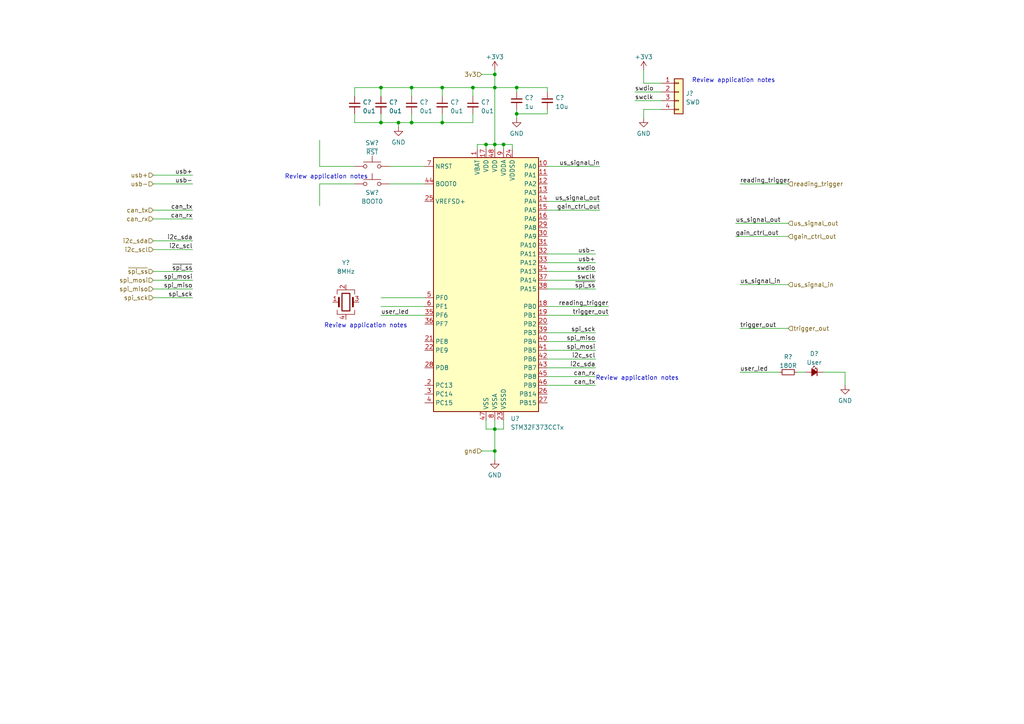
<source format=kicad_sch>
(kicad_sch (version 20211123) (generator eeschema)
  (paper "A4")
  (lib_symbols
    (symbol "Connector_Generic:Conn_01x04" (pin_names (offset 1.016) hide)
      (property "Reference" "J" (at 0 5.08 0))
      (property "Value" "Conn_01x04" (at 0 -7.62 0))
      (symbol "Conn_01x04_1_1"
        (rectangle (start -1.27 -4.953) (end 0 -5.207) (stroke (width 0.1524)))
        (rectangle (start -1.27 -2.413) (end 0 -2.667) (stroke (width 0.1524)))
        (rectangle (start -1.27 0.127) (end 0 -0.127) (stroke (width 0.1524)))
        (rectangle (start -1.27 2.667) (end 0 2.413) (stroke (width 0.1524)))
        (rectangle (start -1.27 3.81) (end 1.27 -6.35) (stroke (width 0.254)) (fill (type background)))
        (pin passive line (at -5.08 2.54 0) (length 3.81) (name "Pin_1") (number "1"))
        (pin passive line (at -5.08 0 0) (length 3.81) (name "Pin_2") (number "2"))
        (pin passive line (at -5.08 -2.54 0) (length 3.81) (name "Pin_3") (number "3"))
        (pin passive line (at -5.08 -5.08 0) (length 3.81) (name "Pin_4") (number "4"))
      )
    )
    (symbol "Device:C_Small" (pin_numbers hide) (pin_names (offset 0.254) hide)
      (property "Reference" "C" (at 0.254 1.778 0))
      (property "Value" "C_Small" (at 0.254 -2.032 0))
      (symbol "C_Small_0_1"
        (polyline (pts (xy -1.524 -0.508) (xy 1.524 -0.508)) (stroke (width 0.3302)))
        (polyline (pts (xy -1.524 0.508) (xy 1.524 0.508)) (stroke (width 0.3048)))
      )
      (symbol "C_Small_1_1"
        (pin passive line (at 0 2.54 270) (length 2.032) (name "~") (number "1"))
        (pin passive line (at 0 -2.54 90) (length 2.032) (name "~") (number "2"))
      )
    )
    (symbol "Device:Crystal_GND24" (pin_names (offset 1.016) hide)
      (property "Reference" "Y" (at 3.175 5.08 0))
      (property "Value" "Crystal_GND24" (at 3.175 3.175 0))
      (symbol "Crystal_GND24_0_1"
        (rectangle (start -1.143 2.54) (end 1.143 -2.54) (stroke (width 0.3048)))
        (polyline (pts (xy -2.54 0) (xy -2.032 0)))
        (polyline (pts (xy -2.032 -1.27) (xy -2.032 1.27)) (stroke (width 0.508)))
        (polyline (pts (xy 0 -3.81) (xy 0 -3.556)))
        (polyline (pts (xy 0 3.556) (xy 0 3.81)))
        (polyline (pts (xy 2.032 -1.27) (xy 2.032 1.27)) (stroke (width 0.508)))
        (polyline (pts (xy 2.032 0) (xy 2.54 0)))
        (polyline (pts (xy -2.54 -2.286) (xy -2.54 -3.556) (xy 2.54 -3.556) (xy 2.54 -2.286)))
        (polyline (pts (xy -2.54 2.286) (xy -2.54 3.556) (xy 2.54 3.556) (xy 2.54 2.286)))
      )
      (symbol "Crystal_GND24_1_1"
        (pin passive line (at -3.81 0 0) (length 1.27) (name "1") (number "1"))
        (pin passive line (at 0 5.08 270) (length 1.27) (name "2") (number "2"))
        (pin passive line (at 3.81 0 180) (length 1.27) (name "3") (number "3"))
        (pin passive line (at 0 -5.08 90) (length 1.27) (name "4") (number "4"))
      )
    )
    (symbol "Device:LED_Small_Filled" (pin_numbers hide) (pin_names (offset 0.254) hide)
      (property "Reference" "D" (at -1.27 3.175 0))
      (property "Value" "LED_Small_Filled" (at -4.445 -2.54 0))
      (symbol "LED_Small_Filled_0_1"
        (polyline (pts (xy -0.762 -1.016) (xy -0.762 1.016)) (stroke (width 0.254)))
        (polyline (pts (xy 1.016 0) (xy -0.762 0)))
        (polyline (pts (xy 0.762 -1.016) (xy -0.762 0) (xy 0.762 1.016) (xy 0.762 -1.016)) (stroke (width 0.254)) (fill (type outline)))
        (polyline (pts (xy 0 0.762) (xy -0.508 1.27) (xy -0.254 1.27) (xy -0.508 1.27) (xy -0.508 1.016)))
        (polyline (pts (xy 0.508 1.27) (xy 0 1.778) (xy 0.254 1.778) (xy 0 1.778) (xy 0 1.524)))
      )
      (symbol "LED_Small_Filled_1_1"
        (pin passive line (at -2.54 0 0) (length 1.778) (name "K") (number "1"))
        (pin passive line (at 2.54 0 180) (length 1.778) (name "A") (number "2"))
      )
    )
    (symbol "Device:R_Small" (pin_numbers hide) (pin_names (offset 0.254) hide)
      (property "Reference" "R" (at 0.762 0.508 0))
      (property "Value" "R_Small" (at 0.762 -1.016 0))
      (symbol "R_Small_0_1"
        (rectangle (start -0.762 1.778) (end 0.762 -1.778) (stroke (width 0.2032)))
      )
      (symbol "R_Small_1_1"
        (pin passive line (at 0 2.54 270) (length 0.762) (name "~") (number "1"))
        (pin passive line (at 0 -2.54 90) (length 0.762) (name "~") (number "2"))
      )
    )
    (symbol "MCU_ST_STM32F3:STM32F373CCTx"
      (property "Reference" "U" (at -15.24 36.83 0))
      (property "Value" "STM32F373CCTx" (at 10.16 36.83 0))
      (symbol "STM32F373CCTx_0_1"
        (rectangle (start -15.24 -38.1) (end 15.24 35.56) (stroke (width 0.254)) (fill (type background)))
      )
      (symbol "STM32F373CCTx_1_1"
        (pin power_in line (at -2.54 38.1 270) (length 2.54) (name "VBAT") (number "1"))
        (pin bidirectional line (at 17.78 33.02 180) (length 2.54) (name "PA0") (number "10"))
        (pin bidirectional line (at 17.78 30.48 180) (length 2.54) (name "PA1") (number "11"))
        (pin bidirectional line (at 17.78 27.94 180) (length 2.54) (name "PA2") (number "12"))
        (pin bidirectional line (at 17.78 25.4 180) (length 2.54) (name "PA3") (number "13"))
        (pin bidirectional line (at 17.78 22.86 180) (length 2.54) (name "PA4") (number "14"))
        (pin bidirectional line (at 17.78 20.32 180) (length 2.54) (name "PA5") (number "15"))
        (pin bidirectional line (at 17.78 17.78 180) (length 2.54) (name "PA6") (number "16"))
        (pin power_in line (at 0 38.1 270) (length 2.54) (name "VDD") (number "17"))
        (pin bidirectional line (at 17.78 -7.62 180) (length 2.54) (name "PB0") (number "18"))
        (pin bidirectional line (at 17.78 -10.16 180) (length 2.54) (name "PB1") (number "19"))
        (pin bidirectional line (at -17.78 -30.48 0) (length 2.54) (name "PC13") (number "2"))
        (pin bidirectional line (at 17.78 -12.7 180) (length 2.54) (name "PB2") (number "20"))
        (pin bidirectional line (at -17.78 -17.78 0) (length 2.54) (name "PE8") (number "21"))
        (pin bidirectional line (at -17.78 -20.32 0) (length 2.54) (name "PE9") (number "22"))
        (pin power_in line (at 5.08 -40.64 90) (length 2.54) (name "VSSSD") (number "23"))
        (pin power_in line (at 7.62 38.1 270) (length 2.54) (name "VDDSD") (number "24"))
        (pin power_in line (at -17.78 22.86 0) (length 2.54) (name "VREFSD+") (number "25"))
        (pin bidirectional line (at 17.78 -33.02 180) (length 2.54) (name "PB14") (number "26"))
        (pin bidirectional line (at 17.78 -35.56 180) (length 2.54) (name "PB15") (number "27"))
        (pin bidirectional line (at -17.78 -25.4 0) (length 2.54) (name "PD8") (number "28"))
        (pin bidirectional line (at 17.78 15.24 180) (length 2.54) (name "PA8") (number "29"))
        (pin bidirectional line (at -17.78 -33.02 0) (length 2.54) (name "PC14") (number "3"))
        (pin bidirectional line (at 17.78 12.7 180) (length 2.54) (name "PA9") (number "30"))
        (pin bidirectional line (at 17.78 10.16 180) (length 2.54) (name "PA10") (number "31"))
        (pin bidirectional line (at 17.78 7.62 180) (length 2.54) (name "PA11") (number "32"))
        (pin bidirectional line (at 17.78 5.08 180) (length 2.54) (name "PA12") (number "33"))
        (pin bidirectional line (at 17.78 2.54 180) (length 2.54) (name "PA13") (number "34"))
        (pin bidirectional line (at -17.78 -10.16 0) (length 2.54) (name "PF6") (number "35"))
        (pin bidirectional line (at -17.78 -12.7 0) (length 2.54) (name "PF7") (number "36"))
        (pin bidirectional line (at 17.78 0 180) (length 2.54) (name "PA14") (number "37"))
        (pin bidirectional line (at 17.78 -2.54 180) (length 2.54) (name "PA15") (number "38"))
        (pin bidirectional line (at 17.78 -15.24 180) (length 2.54) (name "PB3") (number "39"))
        (pin bidirectional line (at -17.78 -35.56 0) (length 2.54) (name "PC15") (number "4"))
        (pin bidirectional line (at 17.78 -17.78 180) (length 2.54) (name "PB4") (number "40"))
        (pin bidirectional line (at 17.78 -20.32 180) (length 2.54) (name "PB5") (number "41"))
        (pin bidirectional line (at 17.78 -22.86 180) (length 2.54) (name "PB6") (number "42"))
        (pin bidirectional line (at 17.78 -25.4 180) (length 2.54) (name "PB7") (number "43"))
        (pin input line (at -17.78 27.94 0) (length 2.54) (name "BOOT0") (number "44"))
        (pin bidirectional line (at 17.78 -27.94 180) (length 2.54) (name "PB8") (number "45"))
        (pin bidirectional line (at 17.78 -30.48 180) (length 2.54) (name "PB9") (number "46"))
        (pin power_in line (at 0 -40.64 90) (length 2.54) (name "VSS") (number "47"))
        (pin power_in line (at 2.54 38.1 270) (length 2.54) (name "VDD") (number "48"))
        (pin input line (at -17.78 -5.08 0) (length 2.54) (name "PF0") (number "5"))
        (pin input line (at -17.78 -7.62 0) (length 2.54) (name "PF1") (number "6"))
        (pin input line (at -17.78 33.02 0) (length 2.54) (name "NRST") (number "7"))
        (pin power_in line (at 2.54 -40.64 90) (length 2.54) (name "VSSA") (number "8"))
        (pin power_in line (at 5.08 38.1 270) (length 2.54) (name "VDDA") (number "9"))
      )
    )
    (symbol "Switch:SW_Push" (pin_numbers hide) (pin_names (offset 1.016) hide)
      (property "Reference" "SW" (at 1.27 2.54 0))
      (property "Value" "SW_Push" (at 0 -1.524 0))
      (symbol "SW_Push_0_1"
        (circle (center -2.032 0) (radius 0.508))
        (polyline (pts (xy 0 1.27) (xy 0 3.048)))
        (polyline (pts (xy 2.54 1.27) (xy -2.54 1.27)))
        (circle (center 2.032 0) (radius 0.508))
        (pin passive line (at -5.08 0 0) (length 2.54) (name "1") (number "1"))
        (pin passive line (at 5.08 0 180) (length 2.54) (name "2") (number "2"))
      )
    )
    (symbol "power:+3V3" (power) (pin_names (offset 0))
      (property "Value" "+3V3" (at 0 3.556 0))
      (symbol "+3V3_0_1"
        (polyline (pts (xy -0.762 1.27) (xy 0 2.54)))
        (polyline (pts (xy 0 0) (xy 0 2.54)))
        (polyline (pts (xy 0 2.54) (xy 0.762 1.27)))
      )
      (symbol "+3V3_1_1"
        (pin power_in line (at 0 0 90) (length 0) hide (name "+3V3") (number "1"))
      )
    )
    (symbol "power:GND" (power) (pin_names (offset 0))
      (property "Value" "GND" (at 0 -3.81 0))
      (symbol "GND_0_1"
        (polyline (pts (xy 0 0) (xy 0 -1.27) (xy 1.27 -1.27) (xy 0 -2.54) (xy -1.27 -1.27) (xy 0 -1.27)))
      )
      (symbol "GND_1_1"
        (pin power_in line (at 0 0 270) (length 0) hide (name "GND") (number "1"))
      )
    )
  )
  (junction (at 119.38 35.56))
  (junction (at 137.16 25.4))
  (junction (at 115.57 35.56))
  (junction (at 128.27 25.4))
  (junction (at 110.49 25.4))
  (junction (at 149.86 25.4))
  (junction (at 119.38 25.4))
  (junction (at 143.51 130.81))
  (junction (at 110.49 35.56))
  (junction (at 143.51 21.59))
  (junction (at 149.86 33.02))
  (junction (at 128.27 35.56))
  (junction (at 143.51 25.4))
  (junction (at 146.05 41.91))
  (junction (at 143.51 41.91))
  (junction (at 140.97 41.91))
  (junction (at 143.51 124.46))
  (wire (pts (xy 158.75 25.4) (xy 149.86 25.4)))
  (wire (pts (xy 214.63 107.95) (xy 226.06 107.95)))
  (wire (pts (xy 158.75 33.02) (xy 158.75 31.75)))
  (wire (pts (xy 44.45 69.85) (xy 55.88 69.85)))
  (wire (pts (xy 115.57 35.56) (xy 119.38 35.56)))
  (wire (pts (xy 128.27 25.4) (xy 137.16 25.4)))
  (wire (pts (xy 110.49 25.4) (xy 110.49 27.94)))
  (wire (pts (xy 102.87 48.26) (xy 92.71 48.26)))
  (wire (pts (xy 113.03 48.26) (xy 123.19 48.26)))
  (wire (pts (xy 44.45 86.36) (xy 55.88 86.36)))
  (wire (pts (xy 140.97 121.92) (xy 140.97 124.46)))
  (wire (pts (xy 158.75 81.28) (xy 172.72 81.28)))
  (wire (pts (xy 158.75 33.02) (xy 149.86 33.02)))
  (wire (pts (xy 137.16 35.56) (xy 137.16 33.02)))
  (wire (pts (xy 158.75 26.67) (xy 158.75 25.4)))
  (wire (pts (xy 44.45 53.34) (xy 55.88 53.34)))
  (wire (pts (xy 44.45 63.5) (xy 55.88 63.5)))
  (wire (pts (xy 238.76 107.95) (xy 245.11 107.95)))
  (wire (pts (xy 158.75 99.06) (xy 172.72 99.06)))
  (wire (pts (xy 138.43 41.91) (xy 140.97 41.91)))
  (wire (pts (xy 140.97 124.46) (xy 143.51 124.46)))
  (wire (pts (xy 186.69 20.32) (xy 186.69 24.13)))
  (wire (pts (xy 128.27 35.56) (xy 137.16 35.56)))
  (wire (pts (xy 143.51 21.59) (xy 143.51 25.4)))
  (wire (pts (xy 158.75 109.22) (xy 172.72 109.22)))
  (wire (pts (xy 143.51 41.91) (xy 146.05 41.91)))
  (wire (pts (xy 92.71 53.34) (xy 92.71 59.69)))
  (wire (pts (xy 146.05 41.91) (xy 146.05 43.18)))
  (wire (pts (xy 139.7 21.59) (xy 143.51 21.59)))
  (wire (pts (xy 184.15 26.67) (xy 191.77 26.67)))
  (wire (pts (xy 184.15 29.21) (xy 191.77 29.21)))
  (wire (pts (xy 128.27 25.4) (xy 128.27 27.94)))
  (wire (pts (xy 119.38 33.02) (xy 119.38 35.56)))
  (wire (pts (xy 158.75 91.44) (xy 176.53 91.44)))
  (wire (pts (xy 214.63 95.25) (xy 228.6 95.25)))
  (wire (pts (xy 231.14 107.95) (xy 233.68 107.95)))
  (wire (pts (xy 149.86 25.4) (xy 143.51 25.4)))
  (wire (pts (xy 119.38 35.56) (xy 128.27 35.56)))
  (wire (pts (xy 158.75 73.66) (xy 172.72 73.66)))
  (wire (pts (xy 137.16 25.4) (xy 143.51 25.4)))
  (wire (pts (xy 119.38 25.4) (xy 128.27 25.4)))
  (wire (pts (xy 149.86 31.75) (xy 149.86 33.02)))
  (wire (pts (xy 140.97 41.91) (xy 143.51 41.91)))
  (wire (pts (xy 228.6 68.58) (xy 213.36 68.58)))
  (wire (pts (xy 143.51 41.91) (xy 143.51 43.18)))
  (wire (pts (xy 158.75 76.2) (xy 172.72 76.2)))
  (wire (pts (xy 158.75 106.68) (xy 172.72 106.68)))
  (wire (pts (xy 191.77 24.13) (xy 186.69 24.13)))
  (wire (pts (xy 44.45 60.96) (xy 55.88 60.96)))
  (wire (pts (xy 102.87 27.94) (xy 102.87 25.4)))
  (wire (pts (xy 149.86 26.67) (xy 149.86 25.4)))
  (wire (pts (xy 119.38 25.4) (xy 119.38 27.94)))
  (wire (pts (xy 44.45 78.74) (xy 55.88 78.74)))
  (wire (pts (xy 137.16 25.4) (xy 137.16 27.94)))
  (wire (pts (xy 146.05 121.92) (xy 146.05 124.46)))
  (wire (pts (xy 110.49 25.4) (xy 119.38 25.4)))
  (wire (pts (xy 148.59 41.91) (xy 148.59 43.18)))
  (wire (pts (xy 143.51 25.4) (xy 143.51 41.91)))
  (wire (pts (xy 128.27 33.02) (xy 128.27 35.56)))
  (wire (pts (xy 44.45 83.82) (xy 55.88 83.82)))
  (wire (pts (xy 110.49 33.02) (xy 110.49 35.56)))
  (wire (pts (xy 115.57 35.56) (xy 115.57 36.83)))
  (wire (pts (xy 143.51 20.32) (xy 143.51 21.59)))
  (wire (pts (xy 44.45 81.28) (xy 55.88 81.28)))
  (wire (pts (xy 110.49 88.9) (xy 123.19 88.9)))
  (wire (pts (xy 113.03 53.34) (xy 123.19 53.34)))
  (wire (pts (xy 102.87 33.02) (xy 102.87 35.56)))
  (wire (pts (xy 158.75 48.26) (xy 173.99 48.26)))
  (wire (pts (xy 92.71 40.64) (xy 92.71 48.26)))
  (wire (pts (xy 158.75 101.6) (xy 172.72 101.6)))
  (wire (pts (xy 143.51 124.46) (xy 143.51 130.81)))
  (wire (pts (xy 143.51 121.92) (xy 143.51 124.46)))
  (wire (pts (xy 158.75 60.96) (xy 173.99 60.96)))
  (wire (pts (xy 228.6 64.77) (xy 213.36 64.77)))
  (wire (pts (xy 158.75 88.9) (xy 176.53 88.9)))
  (wire (pts (xy 44.45 50.8) (xy 55.88 50.8)))
  (wire (pts (xy 214.63 82.55) (xy 228.6 82.55)))
  (wire (pts (xy 146.05 124.46) (xy 143.51 124.46)))
  (wire (pts (xy 245.11 107.95) (xy 245.11 111.76)))
  (wire (pts (xy 110.49 91.44) (xy 123.19 91.44)))
  (wire (pts (xy 139.7 130.81) (xy 143.51 130.81)))
  (wire (pts (xy 158.75 83.82) (xy 172.72 83.82)))
  (wire (pts (xy 186.69 31.75) (xy 186.69 34.29)))
  (wire (pts (xy 158.75 96.52) (xy 172.72 96.52)))
  (wire (pts (xy 110.49 86.36) (xy 123.19 86.36)))
  (wire (pts (xy 102.87 53.34) (xy 92.71 53.34)))
  (wire (pts (xy 140.97 41.91) (xy 140.97 43.18)))
  (wire (pts (xy 149.86 33.02) (xy 149.86 34.29)))
  (wire (pts (xy 146.05 41.91) (xy 148.59 41.91)))
  (wire (pts (xy 143.51 130.81) (xy 143.51 133.35)))
  (wire (pts (xy 158.75 78.74) (xy 172.72 78.74)))
  (wire (pts (xy 158.75 58.42) (xy 173.99 58.42)))
  (wire (pts (xy 214.63 53.34) (xy 228.6 53.34)))
  (wire (pts (xy 102.87 25.4) (xy 110.49 25.4)))
  (wire (pts (xy 110.49 35.56) (xy 115.57 35.56)))
  (wire (pts (xy 191.77 31.75) (xy 186.69 31.75)))
  (wire (pts (xy 138.43 43.18) (xy 138.43 41.91)))
  (wire (pts (xy 102.87 35.56) (xy 110.49 35.56)))
  (wire (pts (xy 44.45 72.39) (xy 55.88 72.39)))
  (wire (pts (xy 158.75 104.14) (xy 172.72 104.14)))
  (wire (pts (xy 158.75 111.76) (xy 172.72 111.76)))
  (text "Review application notes" (at 93.98 95.25 0) (effects (font (size 1.27 1.27)) (justify left bottom)))
  (text "Review application notes" (at 172.72 110.49 0) (effects (font (size 1.27 1.27)) (justify left bottom)))
  (text "Review application notes" (at 82.55 52.07 0) (effects (font (size 1.27 1.27)) (justify left bottom)))
  (text "Review application notes" (at 200.66 24.13 0) (effects (font (size 1.27 1.27)) (justify left bottom)))
  (label "us_signal_in" (at 214.63 82.55 0))
  (label "spi_mosi" (at 172.72 101.6 180))
  (label "can_tx" (at 55.88 60.96 180))
  (label "can_rx" (at 55.88 63.5 180))
  (label "swclk" (at 172.72 81.28 180))
  (label "swdio" (at 172.72 78.74 180))
  (label "trigger_out" (at 214.63 95.25 0))
  (label "us_signal_out" (at 173.99 58.42 180))
  (label "usb-" (at 55.88 53.34 180))
  (label "spi_miso" (at 172.72 99.06 180))
  (label "user_led" (at 214.63 107.95 0))
  (label "trigger_out" (at 176.53 91.44 180))
  (label "usb-" (at 172.72 73.66 180))
  (label "user_led" (at 110.49 91.44 0))
  (label "gain_ctrl_out" (at 173.99 60.96 180))
  (label "can_tx" (at 172.72 111.76 180))
  (label "i2c_scl" (at 55.88 72.39 180))
  (label "us_signal_in" (at 173.99 48.26 180))
  (label "spi_miso" (at 55.88 83.82 180))
  (label "gain_ctrl_out" (at 213.36 68.58 0))
  (label "spi_sck" (at 172.72 96.52 180))
  (label "i2c_sda" (at 55.88 69.85 180))
  (label "can_rx" (at 172.72 109.22 180))
  (label "spi_sck" (at 55.88 86.36 180))
  (label "usb+" (at 55.88 50.8 180))
  (label "~{spi_ss}" (at 172.72 83.82 180))
  (label "us_signal_out" (at 213.36 64.77 0))
  (label "usb+" (at 172.72 76.2 180))
  (label "i2c_sda" (at 172.72 106.68 180))
  (label "swdio" (at 184.15 26.67 0))
  (label "reading_trigger" (at 214.63 53.34 0))
  (label "i2c_scl" (at 172.72 104.14 180))
  (label "reading_trigger" (at 176.53 88.9 180))
  (label "swclk" (at 184.15 29.21 0))
  (label "spi_mosi" (at 55.88 81.28 180))
  (label "~{spi_ss}" (at 55.88 78.74 180))
  (hierarchical_label "usb+" (shape input) (at 44.45 50.8 180))
  (hierarchical_label "usb-" (shape input) (at 44.45 53.34 180))
  (hierarchical_label "us_signal_in" (shape input) (at 228.6 82.55 0))
  (hierarchical_label "gnd" (shape input) (at 139.7 130.81 180))
  (hierarchical_label "us_signal_out" (shape input) (at 228.6 64.77 0))
  (hierarchical_label "can_rx" (shape input) (at 44.45 63.5 180))
  (hierarchical_label "i2c_sda" (shape input) (at 44.45 69.85 180))
  (hierarchical_label "~{spi_ss}" (shape input) (at 44.45 78.74 180))
  (hierarchical_label "trigger_out" (shape input) (at 228.6 95.25 0))
  (hierarchical_label "spi_mosi" (shape input) (at 44.45 81.28 180))
  (hierarchical_label "spi_miso" (shape input) (at 44.45 83.82 180))
  (hierarchical_label "i2c_scl" (shape input) (at 44.45 72.39 180))
  (hierarchical_label "can_tx" (shape input) (at 44.45 60.96 180))
  (hierarchical_label "reading_trigger" (shape input) (at 228.6 53.34 0))
  (hierarchical_label "gain_ctrl_out" (shape input) (at 228.6 68.58 0))
  (hierarchical_label "3v3" (shape input) (at 139.7 21.59 180))
  (hierarchical_label "spi_sck" (shape input) (at 44.45 86.36 180))
  (symbol (lib_id "power:+3V3") (at 143.51 20.32 0) (unit 1)
    (property "Reference" "#PWR?" (effects hide))
    (property "Value" "+3V3" (at 143.51 16.51 0))
  )
  (symbol (lib_id "Device:R_Small") (at 228.6 107.95 90) (unit 1)
    (property "Reference" "R?" (at 228.6 103.5136 90))
    (property "Value" "180R" (at 228.6 106.0505 90))
  )
  (symbol (lib_id "power:GND") (at 143.51 133.35 0) (unit 1)
    (property "Reference" "#PWR?" (effects hide))
    (property "Value" "GND" (at 143.51 137.7934 0))
  )
  (symbol (lib_id "power:GND") (at 245.11 111.76 0) (unit 1)
    (property "Reference" "#PWR?" (effects hide))
    (property "Value" "GND" (at 245.11 116.2034 0))
  )
  (symbol (lib_id "Connector_Generic:Conn_01x04") (at 196.85 26.67 0) (unit 1)
    (property "Reference" "J?" (at 198.882 27.1053 0) (effects (justify left)))
    (property "Value" "SWD" (at 198.882 29.6422 0) (effects (justify left)))
  )
  (symbol (lib_id "Device:C_Small") (at 110.49 30.48 0) (unit 1)
    (property "Reference" "C?" (at 112.8141 29.6516 0) (effects (justify left)))
    (property "Value" "0u1" (at 112.8141 32.1885 0) (effects (justify left)))
  )
  (symbol (lib_id "Device:Crystal_GND24") (at 100.33 87.63 0) (unit 1)
    (property "Reference" "Y?" (at 100.33 76.2 0))
    (property "Value" "8MHz" (at 100.33 78.74 0))
  )
  (symbol (lib_id "Device:C_Small") (at 102.87 30.48 0) (unit 1)
    (property "Reference" "C?" (at 105.1941 29.6516 0) (effects (justify left)))
    (property "Value" "0u1" (at 105.1941 32.1885 0) (effects (justify left)))
  )
  (symbol (lib_id "Device:C_Small") (at 137.16 30.48 0) (unit 1)
    (property "Reference" "C?" (at 139.4841 29.6516 0) (effects (justify left)))
    (property "Value" "0u1" (at 139.4841 32.1885 0) (effects (justify left)))
  )
  (symbol (lib_id "Device:C_Small") (at 149.86 29.21 0) (unit 1)
    (property "Reference" "C?" (at 152.1841 28.3816 0) (effects (justify left)))
    (property "Value" "1u" (at 152.1841 30.9185 0) (effects (justify left)))
  )
  (symbol (lib_id "power:GND") (at 149.86 34.29 0) (unit 1)
    (property "Reference" "#PWR?" (effects hide))
    (property "Value" "GND" (at 149.86 38.7334 0))
  )
  (symbol (lib_id "power:GND") (at 186.69 34.29 0) (unit 1)
    (property "Reference" "#PWR?" (effects hide))
    (property "Value" "GND" (at 186.69 38.7334 0))
  )
  (symbol (lib_id "Device:C_Small") (at 158.75 29.21 0) (unit 1)
    (property "Reference" "C?" (at 161.0741 28.3816 0) (effects (justify left)))
    (property "Value" "10u" (at 161.0741 30.9185 0) (effects (justify left)))
  )
  (symbol (lib_id "Switch:SW_Push") (at 107.95 53.34 0) (unit 1)
    (property "Reference" "SW?" (at 107.95 55.88 0))
    (property "Value" "BOOT0" (at 107.95 58.42 0))
  )
  (symbol (lib_id "Device:LED_Small_Filled") (at 236.22 107.95 0) (mirror y) (unit 1)
    (property "Reference" "D?" (at 236.1565 102.5992 0))
    (property "Value" "User" (at 236.1565 105.1361 0))
  )
  (symbol (lib_id "Device:C_Small") (at 119.38 30.48 0) (unit 1)
    (property "Reference" "C?" (at 121.7041 29.6516 0) (effects (justify left)))
    (property "Value" "0u1" (at 121.7041 32.1885 0) (effects (justify left)))
  )
  (symbol (lib_id "Switch:SW_Push") (at 107.95 48.26 0) (unit 1)
    (property "Reference" "SW?" (at 107.95 41.4482 0))
    (property "Value" "~{RST}" (at 107.95 44.1391 0))
  )
  (symbol (lib_id "power:GND") (at 115.57 36.83 0) (unit 1)
    (property "Reference" "#PWR?" (effects hide))
    (property "Value" "GND" (at 115.57 41.2734 0))
  )
  (symbol (lib_id "power:+3V3") (at 186.69 20.32 0) (unit 1)
    (property "Reference" "#PWR?" (effects hide))
    (property "Value" "+3V3" (at 186.69 16.51 0))
  )
  (symbol (lib_id "MCU_ST_STM32F3:STM32F373CCTx") (at 140.97 81.28 0) (unit 1)
    (property "Reference" "U?" (at 148.0694 121.4104 0) (effects (justify left)))
    (property "Value" "STM32F373CCTx" (at 148.0694 123.9473 0) (effects (justify left)))
    (property "Footprint" "Package_QFP:LQFP-48_7x7mm_P0.5mm" (effects hide))
    (property "Datasheet" "http://www.st.com/st-web-ui/static/active/en/resource/technical/document/datasheet/DM00046749.pdf" (effects hide))
  )
  (symbol (lib_id "Device:C_Small") (at 128.27 30.48 0) (unit 1)
    (property "Reference" "C?" (at 130.5941 29.6516 0) (effects (justify left)))
    (property "Value" "0u1" (at 130.5941 32.1885 0) (effects (justify left)))
  )
)
</source>
